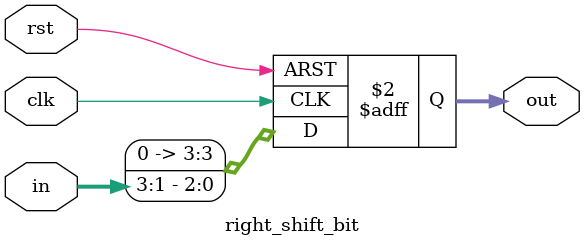
<source format=v>
module right_shift_bit(in,clk,rst,out);
input clk, rst;
input [3:0] in;
output reg [3:0] out;
	

	always @(posedge clk or posedge rst) 
	begin
	  if (rst) 
	    out <= 0;
	 
	  else 
	  begin
	    out <= {1'b0, in[3:1]};    
	  end
	end

endmodule
</source>
